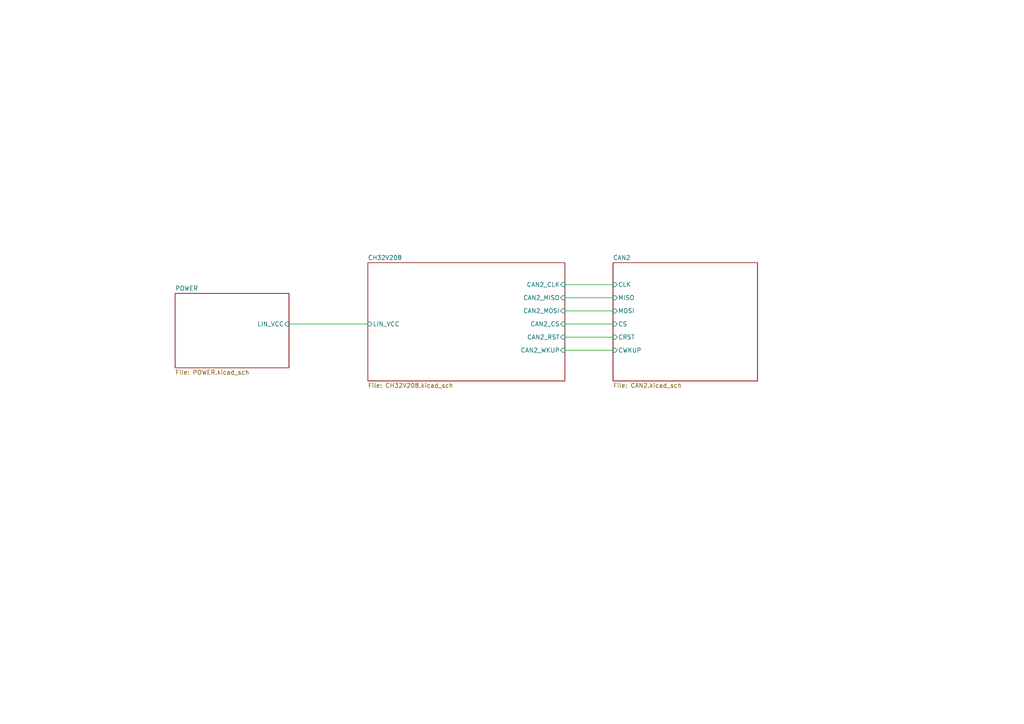
<source format=kicad_sch>
(kicad_sch (version 20211123) (generator eeschema)
  (paper "A4")
  (lib_symbols)
  (wire (pts (xy 163.83 101.6) (xy 177.8 101.6)))
  (wire (pts (xy 83.82 93.98) (xy 106.68 93.98)))
  (wire (pts (xy 163.83 82.55) (xy 177.8 82.55)))
  (wire (pts (xy 163.83 90.17) (xy 177.8 90.17)))
  (wire (pts (xy 163.83 97.79) (xy 177.8 97.79)))
  (wire (pts (xy 163.83 93.98) (xy 177.8 93.98)))
  (wire (pts (xy 163.83 86.36) (xy 177.8 86.36)))
  (sheet (at 50.8 85.09) (size 33.02 21.59) (stroke (width 0.1524))
    (property "Sheet name" "POWER" (at 50.8 84.3784 0) (effects (justify left bottom)))
    (property "Sheet file" "POWER.kicad_sch" (at 50.8 107.2646 0) (effects (justify left top)))
    (pin "LIN_VCC" input (at 83.82 93.98 0))
  )
  (sheet (at 177.8 76.2) (size 41.91 34.29) (stroke (width 0.1524))
    (property "Sheet name" "CAN2" (at 177.8 75.4884 0) (effects (justify left bottom)))
    (property "Sheet file" "CAN2.kicad_sch" (at 177.8 111.0746 0) (effects (justify left top)))
    (pin "CLK" input (at 177.8 82.55 180))
    (pin "CS" input (at 177.8 93.98 180))
    (pin "MISO" input (at 177.8 86.36 180))
    (pin "MOSI" input (at 177.8 90.17 180))
    (pin "CRST" input (at 177.8 97.79 180))
    (pin "CWKUP" input (at 177.8 101.6 180))
  )
  (sheet (at 106.68 76.2) (size 57.15 34.29) (stroke (width 0.1524))
    (property "Sheet name" "CH32V208" (at 106.68 75.4884 0) (effects (justify left bottom)))
    (property "Sheet file" "CH32V208.kicad_sch" (at 106.68 111.0746 0) (effects (justify left top)))
    (pin "CAN2_MISO" input (at 163.83 86.36 0))
    (pin "CAN2_CLK" input (at 163.83 82.55 0))
    (pin "CAN2_MOSI" input (at 163.83 90.17 0))
    (pin "CAN2_WKUP" input (at 163.83 101.6 0))
    (pin "CAN2_RST" input (at 163.83 97.79 0))
    (pin "CAN2_CS" input (at 163.83 93.98 0))
    (pin "LIN_VCC" input (at 106.68 93.98 180))
  )
)
</source>
